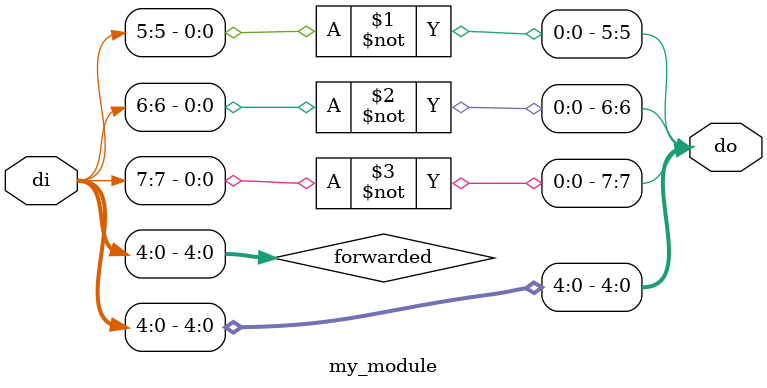
<source format=v>

module my_module (
    input  wire [7:0] di,
    output wire [7:0] do
);

    // Output bits 0-4 should be the same as input bits 0-4
    wire [4:0] forwarded;
    assign forwarded[4] = di[4];
    assign forwarded[3] = di[3];
    assign forwarded[2] = di[2];
    assign forwarded[1] = di[1];
    assign forwarded[0] = di[0];
    assign do[0] = forwarded[0];
    assign do[1] = forwarded[1];
    assign do[2] = forwarded[2];
    assign do[3] = forwarded[3];
    assign do[4] = forwarded[4];

    // Output bit 5 should be the logical NOT of input bit 5
    assign do[5] = ~di[5];

    // Output bit 6 should be the logical NOT of input bit 6
    assign do[6] = ~di[6];

    // Output bit 7 should be the logical NOT of input bit 7
    assign do[7] = ~di[7];

endmodule

</source>
